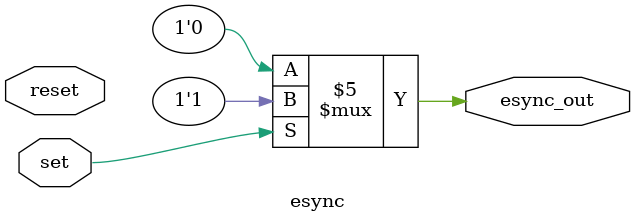
<source format=sv>
module esync (input logic set, reset,
					output logic esync_out);

	always @(set, reset)
			if(set) esync_out <= 1'b1;//TODO cambiar a 1
			else if(reset) esync_out <= 1'b0;
			else  esync_out <= 1'b0;
			
endmodule

</source>
